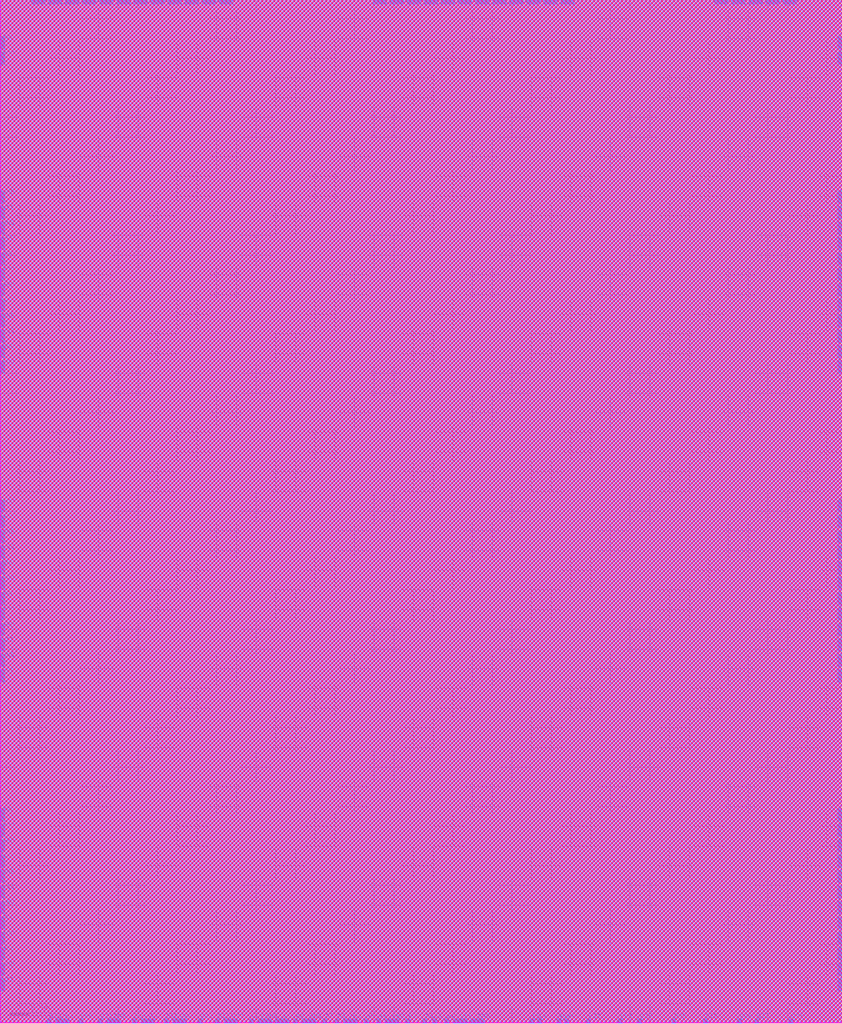
<source format=lef>
# 
#              Synchronous High Speed Single Port SRAM Compiler 
# 
#                    UMC 0.18um GenericII Logic Process
#    __________________________________________________________________________
# 
# 
#      (C) Copyright 2002-2009 Faraday Technology Corp. All Rights Reserved.
#    
#    This source code is an unpublished work belongs to Faraday Technology
#    Corp.  It is considered a trade secret and is not to be divulged or
#    used by parties who have not received written authorization from
#    Faraday Technology Corp.
#    
#    Faraday's home page can be found at:
#    http://www.faraday-tech.com/
#   
#       Module Name      : SUMA_400_M1
#       Words            : 400
#       Bits             : 8
#       Byte-Write       : 1
#       Aspect Ratio     : 1
#       Output Loading   : 0.05  (pf)
#       Data Slew        : 0.02  (ns)
#       CK Slew          : 0.02  (ns)
#       Power Ring Width : 2  (um)
# 
# -----------------------------------------------------------------------------
# 
#       Library          : FSA0M_A
#       Memaker          : 200901.2.1
#       Date             : 2024/03/30 23:41:54
# 
# -----------------------------------------------------------------------------


NAMESCASESENSITIVE ON ;
MACRO SUMA_400_M1
CLASS BLOCK ;
FOREIGN SUMA_400_M1 0.000 0.000 ;
ORIGIN 0.000 0.000 ;
SIZE 213.900 BY 259.840 ;
SYMMETRY x y r90 ;
SITE core ;
PIN GND
  DIRECTION INOUT ;
  USE GROUND ;
  SHAPE ABUTMENT ;
 PORT
  LAYER ME4 ;
  RECT 212.780 247.300 213.900 250.540 ;
  LAYER ME3 ;
  RECT 212.780 247.300 213.900 250.540 ;
  LAYER ME2 ;
  RECT 212.780 247.300 213.900 250.540 ;
  LAYER ME1 ;
  RECT 212.780 247.300 213.900 250.540 ;
 END
 PORT
  LAYER ME4 ;
  RECT 212.780 208.100 213.900 211.340 ;
  LAYER ME3 ;
  RECT 212.780 208.100 213.900 211.340 ;
  LAYER ME2 ;
  RECT 212.780 208.100 213.900 211.340 ;
  LAYER ME1 ;
  RECT 212.780 208.100 213.900 211.340 ;
 END
 PORT
  LAYER ME4 ;
  RECT 212.780 200.260 213.900 203.500 ;
  LAYER ME3 ;
  RECT 212.780 200.260 213.900 203.500 ;
  LAYER ME2 ;
  RECT 212.780 200.260 213.900 203.500 ;
  LAYER ME1 ;
  RECT 212.780 200.260 213.900 203.500 ;
 END
 PORT
  LAYER ME4 ;
  RECT 212.780 192.420 213.900 195.660 ;
  LAYER ME3 ;
  RECT 212.780 192.420 213.900 195.660 ;
  LAYER ME2 ;
  RECT 212.780 192.420 213.900 195.660 ;
  LAYER ME1 ;
  RECT 212.780 192.420 213.900 195.660 ;
 END
 PORT
  LAYER ME4 ;
  RECT 212.780 184.580 213.900 187.820 ;
  LAYER ME3 ;
  RECT 212.780 184.580 213.900 187.820 ;
  LAYER ME2 ;
  RECT 212.780 184.580 213.900 187.820 ;
  LAYER ME1 ;
  RECT 212.780 184.580 213.900 187.820 ;
 END
 PORT
  LAYER ME4 ;
  RECT 212.780 176.740 213.900 179.980 ;
  LAYER ME3 ;
  RECT 212.780 176.740 213.900 179.980 ;
  LAYER ME2 ;
  RECT 212.780 176.740 213.900 179.980 ;
  LAYER ME1 ;
  RECT 212.780 176.740 213.900 179.980 ;
 END
 PORT
  LAYER ME4 ;
  RECT 212.780 168.900 213.900 172.140 ;
  LAYER ME3 ;
  RECT 212.780 168.900 213.900 172.140 ;
  LAYER ME2 ;
  RECT 212.780 168.900 213.900 172.140 ;
  LAYER ME1 ;
  RECT 212.780 168.900 213.900 172.140 ;
 END
 PORT
  LAYER ME4 ;
  RECT 212.780 129.700 213.900 132.940 ;
  LAYER ME3 ;
  RECT 212.780 129.700 213.900 132.940 ;
  LAYER ME2 ;
  RECT 212.780 129.700 213.900 132.940 ;
  LAYER ME1 ;
  RECT 212.780 129.700 213.900 132.940 ;
 END
 PORT
  LAYER ME4 ;
  RECT 212.780 121.860 213.900 125.100 ;
  LAYER ME3 ;
  RECT 212.780 121.860 213.900 125.100 ;
  LAYER ME2 ;
  RECT 212.780 121.860 213.900 125.100 ;
  LAYER ME1 ;
  RECT 212.780 121.860 213.900 125.100 ;
 END
 PORT
  LAYER ME4 ;
  RECT 212.780 114.020 213.900 117.260 ;
  LAYER ME3 ;
  RECT 212.780 114.020 213.900 117.260 ;
  LAYER ME2 ;
  RECT 212.780 114.020 213.900 117.260 ;
  LAYER ME1 ;
  RECT 212.780 114.020 213.900 117.260 ;
 END
 PORT
  LAYER ME4 ;
  RECT 212.780 106.180 213.900 109.420 ;
  LAYER ME3 ;
  RECT 212.780 106.180 213.900 109.420 ;
  LAYER ME2 ;
  RECT 212.780 106.180 213.900 109.420 ;
  LAYER ME1 ;
  RECT 212.780 106.180 213.900 109.420 ;
 END
 PORT
  LAYER ME4 ;
  RECT 212.780 98.340 213.900 101.580 ;
  LAYER ME3 ;
  RECT 212.780 98.340 213.900 101.580 ;
  LAYER ME2 ;
  RECT 212.780 98.340 213.900 101.580 ;
  LAYER ME1 ;
  RECT 212.780 98.340 213.900 101.580 ;
 END
 PORT
  LAYER ME4 ;
  RECT 212.780 90.500 213.900 93.740 ;
  LAYER ME3 ;
  RECT 212.780 90.500 213.900 93.740 ;
  LAYER ME2 ;
  RECT 212.780 90.500 213.900 93.740 ;
  LAYER ME1 ;
  RECT 212.780 90.500 213.900 93.740 ;
 END
 PORT
  LAYER ME4 ;
  RECT 212.780 51.300 213.900 54.540 ;
  LAYER ME3 ;
  RECT 212.780 51.300 213.900 54.540 ;
  LAYER ME2 ;
  RECT 212.780 51.300 213.900 54.540 ;
  LAYER ME1 ;
  RECT 212.780 51.300 213.900 54.540 ;
 END
 PORT
  LAYER ME4 ;
  RECT 212.780 43.460 213.900 46.700 ;
  LAYER ME3 ;
  RECT 212.780 43.460 213.900 46.700 ;
  LAYER ME2 ;
  RECT 212.780 43.460 213.900 46.700 ;
  LAYER ME1 ;
  RECT 212.780 43.460 213.900 46.700 ;
 END
 PORT
  LAYER ME4 ;
  RECT 212.780 35.620 213.900 38.860 ;
  LAYER ME3 ;
  RECT 212.780 35.620 213.900 38.860 ;
  LAYER ME2 ;
  RECT 212.780 35.620 213.900 38.860 ;
  LAYER ME1 ;
  RECT 212.780 35.620 213.900 38.860 ;
 END
 PORT
  LAYER ME4 ;
  RECT 212.780 27.780 213.900 31.020 ;
  LAYER ME3 ;
  RECT 212.780 27.780 213.900 31.020 ;
  LAYER ME2 ;
  RECT 212.780 27.780 213.900 31.020 ;
  LAYER ME1 ;
  RECT 212.780 27.780 213.900 31.020 ;
 END
 PORT
  LAYER ME4 ;
  RECT 212.780 19.940 213.900 23.180 ;
  LAYER ME3 ;
  RECT 212.780 19.940 213.900 23.180 ;
  LAYER ME2 ;
  RECT 212.780 19.940 213.900 23.180 ;
  LAYER ME1 ;
  RECT 212.780 19.940 213.900 23.180 ;
 END
 PORT
  LAYER ME4 ;
  RECT 212.780 12.100 213.900 15.340 ;
  LAYER ME3 ;
  RECT 212.780 12.100 213.900 15.340 ;
  LAYER ME2 ;
  RECT 212.780 12.100 213.900 15.340 ;
  LAYER ME1 ;
  RECT 212.780 12.100 213.900 15.340 ;
 END
 PORT
  LAYER ME4 ;
  RECT 0.000 247.300 1.120 250.540 ;
  LAYER ME3 ;
  RECT 0.000 247.300 1.120 250.540 ;
  LAYER ME2 ;
  RECT 0.000 247.300 1.120 250.540 ;
  LAYER ME1 ;
  RECT 0.000 247.300 1.120 250.540 ;
 END
 PORT
  LAYER ME4 ;
  RECT 0.000 208.100 1.120 211.340 ;
  LAYER ME3 ;
  RECT 0.000 208.100 1.120 211.340 ;
  LAYER ME2 ;
  RECT 0.000 208.100 1.120 211.340 ;
  LAYER ME1 ;
  RECT 0.000 208.100 1.120 211.340 ;
 END
 PORT
  LAYER ME4 ;
  RECT 0.000 200.260 1.120 203.500 ;
  LAYER ME3 ;
  RECT 0.000 200.260 1.120 203.500 ;
  LAYER ME2 ;
  RECT 0.000 200.260 1.120 203.500 ;
  LAYER ME1 ;
  RECT 0.000 200.260 1.120 203.500 ;
 END
 PORT
  LAYER ME4 ;
  RECT 0.000 192.420 1.120 195.660 ;
  LAYER ME3 ;
  RECT 0.000 192.420 1.120 195.660 ;
  LAYER ME2 ;
  RECT 0.000 192.420 1.120 195.660 ;
  LAYER ME1 ;
  RECT 0.000 192.420 1.120 195.660 ;
 END
 PORT
  LAYER ME4 ;
  RECT 0.000 184.580 1.120 187.820 ;
  LAYER ME3 ;
  RECT 0.000 184.580 1.120 187.820 ;
  LAYER ME2 ;
  RECT 0.000 184.580 1.120 187.820 ;
  LAYER ME1 ;
  RECT 0.000 184.580 1.120 187.820 ;
 END
 PORT
  LAYER ME4 ;
  RECT 0.000 176.740 1.120 179.980 ;
  LAYER ME3 ;
  RECT 0.000 176.740 1.120 179.980 ;
  LAYER ME2 ;
  RECT 0.000 176.740 1.120 179.980 ;
  LAYER ME1 ;
  RECT 0.000 176.740 1.120 179.980 ;
 END
 PORT
  LAYER ME4 ;
  RECT 0.000 168.900 1.120 172.140 ;
  LAYER ME3 ;
  RECT 0.000 168.900 1.120 172.140 ;
  LAYER ME2 ;
  RECT 0.000 168.900 1.120 172.140 ;
  LAYER ME1 ;
  RECT 0.000 168.900 1.120 172.140 ;
 END
 PORT
  LAYER ME4 ;
  RECT 0.000 129.700 1.120 132.940 ;
  LAYER ME3 ;
  RECT 0.000 129.700 1.120 132.940 ;
  LAYER ME2 ;
  RECT 0.000 129.700 1.120 132.940 ;
  LAYER ME1 ;
  RECT 0.000 129.700 1.120 132.940 ;
 END
 PORT
  LAYER ME4 ;
  RECT 0.000 121.860 1.120 125.100 ;
  LAYER ME3 ;
  RECT 0.000 121.860 1.120 125.100 ;
  LAYER ME2 ;
  RECT 0.000 121.860 1.120 125.100 ;
  LAYER ME1 ;
  RECT 0.000 121.860 1.120 125.100 ;
 END
 PORT
  LAYER ME4 ;
  RECT 0.000 114.020 1.120 117.260 ;
  LAYER ME3 ;
  RECT 0.000 114.020 1.120 117.260 ;
  LAYER ME2 ;
  RECT 0.000 114.020 1.120 117.260 ;
  LAYER ME1 ;
  RECT 0.000 114.020 1.120 117.260 ;
 END
 PORT
  LAYER ME4 ;
  RECT 0.000 106.180 1.120 109.420 ;
  LAYER ME3 ;
  RECT 0.000 106.180 1.120 109.420 ;
  LAYER ME2 ;
  RECT 0.000 106.180 1.120 109.420 ;
  LAYER ME1 ;
  RECT 0.000 106.180 1.120 109.420 ;
 END
 PORT
  LAYER ME4 ;
  RECT 0.000 98.340 1.120 101.580 ;
  LAYER ME3 ;
  RECT 0.000 98.340 1.120 101.580 ;
  LAYER ME2 ;
  RECT 0.000 98.340 1.120 101.580 ;
  LAYER ME1 ;
  RECT 0.000 98.340 1.120 101.580 ;
 END
 PORT
  LAYER ME4 ;
  RECT 0.000 90.500 1.120 93.740 ;
  LAYER ME3 ;
  RECT 0.000 90.500 1.120 93.740 ;
  LAYER ME2 ;
  RECT 0.000 90.500 1.120 93.740 ;
  LAYER ME1 ;
  RECT 0.000 90.500 1.120 93.740 ;
 END
 PORT
  LAYER ME4 ;
  RECT 0.000 51.300 1.120 54.540 ;
  LAYER ME3 ;
  RECT 0.000 51.300 1.120 54.540 ;
  LAYER ME2 ;
  RECT 0.000 51.300 1.120 54.540 ;
  LAYER ME1 ;
  RECT 0.000 51.300 1.120 54.540 ;
 END
 PORT
  LAYER ME4 ;
  RECT 0.000 43.460 1.120 46.700 ;
  LAYER ME3 ;
  RECT 0.000 43.460 1.120 46.700 ;
  LAYER ME2 ;
  RECT 0.000 43.460 1.120 46.700 ;
  LAYER ME1 ;
  RECT 0.000 43.460 1.120 46.700 ;
 END
 PORT
  LAYER ME4 ;
  RECT 0.000 35.620 1.120 38.860 ;
  LAYER ME3 ;
  RECT 0.000 35.620 1.120 38.860 ;
  LAYER ME2 ;
  RECT 0.000 35.620 1.120 38.860 ;
  LAYER ME1 ;
  RECT 0.000 35.620 1.120 38.860 ;
 END
 PORT
  LAYER ME4 ;
  RECT 0.000 27.780 1.120 31.020 ;
  LAYER ME3 ;
  RECT 0.000 27.780 1.120 31.020 ;
  LAYER ME2 ;
  RECT 0.000 27.780 1.120 31.020 ;
  LAYER ME1 ;
  RECT 0.000 27.780 1.120 31.020 ;
 END
 PORT
  LAYER ME4 ;
  RECT 0.000 19.940 1.120 23.180 ;
  LAYER ME3 ;
  RECT 0.000 19.940 1.120 23.180 ;
  LAYER ME2 ;
  RECT 0.000 19.940 1.120 23.180 ;
  LAYER ME1 ;
  RECT 0.000 19.940 1.120 23.180 ;
 END
 PORT
  LAYER ME4 ;
  RECT 0.000 12.100 1.120 15.340 ;
  LAYER ME3 ;
  RECT 0.000 12.100 1.120 15.340 ;
  LAYER ME2 ;
  RECT 0.000 12.100 1.120 15.340 ;
  LAYER ME1 ;
  RECT 0.000 12.100 1.120 15.340 ;
 END
 PORT
  LAYER ME4 ;
  RECT 194.460 258.720 198.000 259.840 ;
  LAYER ME3 ;
  RECT 194.460 258.720 198.000 259.840 ;
  LAYER ME2 ;
  RECT 194.460 258.720 198.000 259.840 ;
  LAYER ME1 ;
  RECT 194.460 258.720 198.000 259.840 ;
 END
 PORT
  LAYER ME4 ;
  RECT 185.780 258.720 189.320 259.840 ;
  LAYER ME3 ;
  RECT 185.780 258.720 189.320 259.840 ;
  LAYER ME2 ;
  RECT 185.780 258.720 189.320 259.840 ;
  LAYER ME1 ;
  RECT 185.780 258.720 189.320 259.840 ;
 END
 PORT
  LAYER ME4 ;
  RECT 142.380 258.720 145.920 259.840 ;
  LAYER ME3 ;
  RECT 142.380 258.720 145.920 259.840 ;
  LAYER ME2 ;
  RECT 142.380 258.720 145.920 259.840 ;
  LAYER ME1 ;
  RECT 142.380 258.720 145.920 259.840 ;
 END
 PORT
  LAYER ME4 ;
  RECT 133.700 258.720 137.240 259.840 ;
  LAYER ME3 ;
  RECT 133.700 258.720 137.240 259.840 ;
  LAYER ME2 ;
  RECT 133.700 258.720 137.240 259.840 ;
  LAYER ME1 ;
  RECT 133.700 258.720 137.240 259.840 ;
 END
 PORT
  LAYER ME4 ;
  RECT 125.020 258.720 128.560 259.840 ;
  LAYER ME3 ;
  RECT 125.020 258.720 128.560 259.840 ;
  LAYER ME2 ;
  RECT 125.020 258.720 128.560 259.840 ;
  LAYER ME1 ;
  RECT 125.020 258.720 128.560 259.840 ;
 END
 PORT
  LAYER ME4 ;
  RECT 116.340 258.720 119.880 259.840 ;
  LAYER ME3 ;
  RECT 116.340 258.720 119.880 259.840 ;
  LAYER ME2 ;
  RECT 116.340 258.720 119.880 259.840 ;
  LAYER ME1 ;
  RECT 116.340 258.720 119.880 259.840 ;
 END
 PORT
  LAYER ME4 ;
  RECT 107.660 258.720 111.200 259.840 ;
  LAYER ME3 ;
  RECT 107.660 258.720 111.200 259.840 ;
  LAYER ME2 ;
  RECT 107.660 258.720 111.200 259.840 ;
  LAYER ME1 ;
  RECT 107.660 258.720 111.200 259.840 ;
 END
 PORT
  LAYER ME4 ;
  RECT 98.980 258.720 102.520 259.840 ;
  LAYER ME3 ;
  RECT 98.980 258.720 102.520 259.840 ;
  LAYER ME2 ;
  RECT 98.980 258.720 102.520 259.840 ;
  LAYER ME1 ;
  RECT 98.980 258.720 102.520 259.840 ;
 END
 PORT
  LAYER ME4 ;
  RECT 55.580 258.720 59.120 259.840 ;
  LAYER ME3 ;
  RECT 55.580 258.720 59.120 259.840 ;
  LAYER ME2 ;
  RECT 55.580 258.720 59.120 259.840 ;
  LAYER ME1 ;
  RECT 55.580 258.720 59.120 259.840 ;
 END
 PORT
  LAYER ME4 ;
  RECT 46.900 258.720 50.440 259.840 ;
  LAYER ME3 ;
  RECT 46.900 258.720 50.440 259.840 ;
  LAYER ME2 ;
  RECT 46.900 258.720 50.440 259.840 ;
  LAYER ME1 ;
  RECT 46.900 258.720 50.440 259.840 ;
 END
 PORT
  LAYER ME4 ;
  RECT 38.220 258.720 41.760 259.840 ;
  LAYER ME3 ;
  RECT 38.220 258.720 41.760 259.840 ;
  LAYER ME2 ;
  RECT 38.220 258.720 41.760 259.840 ;
  LAYER ME1 ;
  RECT 38.220 258.720 41.760 259.840 ;
 END
 PORT
  LAYER ME4 ;
  RECT 29.540 258.720 33.080 259.840 ;
  LAYER ME3 ;
  RECT 29.540 258.720 33.080 259.840 ;
  LAYER ME2 ;
  RECT 29.540 258.720 33.080 259.840 ;
  LAYER ME1 ;
  RECT 29.540 258.720 33.080 259.840 ;
 END
 PORT
  LAYER ME4 ;
  RECT 20.860 258.720 24.400 259.840 ;
  LAYER ME3 ;
  RECT 20.860 258.720 24.400 259.840 ;
  LAYER ME2 ;
  RECT 20.860 258.720 24.400 259.840 ;
  LAYER ME1 ;
  RECT 20.860 258.720 24.400 259.840 ;
 END
 PORT
  LAYER ME4 ;
  RECT 12.180 258.720 15.720 259.840 ;
  LAYER ME3 ;
  RECT 12.180 258.720 15.720 259.840 ;
  LAYER ME2 ;
  RECT 12.180 258.720 15.720 259.840 ;
  LAYER ME1 ;
  RECT 12.180 258.720 15.720 259.840 ;
 END
 PORT
  LAYER ME4 ;
  RECT 119.440 0.000 122.980 1.120 ;
  LAYER ME3 ;
  RECT 119.440 0.000 122.980 1.120 ;
  LAYER ME2 ;
  RECT 119.440 0.000 122.980 1.120 ;
  LAYER ME1 ;
  RECT 119.440 0.000 122.980 1.120 ;
 END
 PORT
  LAYER ME4 ;
  RECT 97.740 0.000 101.280 1.120 ;
  LAYER ME3 ;
  RECT 97.740 0.000 101.280 1.120 ;
  LAYER ME2 ;
  RECT 97.740 0.000 101.280 1.120 ;
  LAYER ME1 ;
  RECT 97.740 0.000 101.280 1.120 ;
 END
 PORT
  LAYER ME4 ;
  RECT 76.660 0.000 80.200 1.120 ;
  LAYER ME3 ;
  RECT 76.660 0.000 80.200 1.120 ;
  LAYER ME2 ;
  RECT 76.660 0.000 80.200 1.120 ;
  LAYER ME1 ;
  RECT 76.660 0.000 80.200 1.120 ;
 END
 PORT
  LAYER ME4 ;
  RECT 65.500 0.000 69.040 1.120 ;
  LAYER ME3 ;
  RECT 65.500 0.000 69.040 1.120 ;
  LAYER ME2 ;
  RECT 65.500 0.000 69.040 1.120 ;
  LAYER ME1 ;
  RECT 65.500 0.000 69.040 1.120 ;
 END
 PORT
  LAYER ME4 ;
  RECT 43.800 0.000 47.340 1.120 ;
  LAYER ME3 ;
  RECT 43.800 0.000 47.340 1.120 ;
  LAYER ME2 ;
  RECT 43.800 0.000 47.340 1.120 ;
  LAYER ME1 ;
  RECT 43.800 0.000 47.340 1.120 ;
 END
 PORT
  LAYER ME4 ;
  RECT 27.060 0.000 30.600 1.120 ;
  LAYER ME3 ;
  RECT 27.060 0.000 30.600 1.120 ;
  LAYER ME2 ;
  RECT 27.060 0.000 30.600 1.120 ;
  LAYER ME1 ;
  RECT 27.060 0.000 30.600 1.120 ;
 END
END GND
PIN VCC
  DIRECTION INOUT ;
  USE POWER ;
  SHAPE ABUTMENT ;
 PORT
  LAYER ME4 ;
  RECT 212.780 243.380 213.900 246.620 ;
  LAYER ME3 ;
  RECT 212.780 243.380 213.900 246.620 ;
  LAYER ME2 ;
  RECT 212.780 243.380 213.900 246.620 ;
  LAYER ME1 ;
  RECT 212.780 243.380 213.900 246.620 ;
 END
 PORT
  LAYER ME4 ;
  RECT 212.780 204.180 213.900 207.420 ;
  LAYER ME3 ;
  RECT 212.780 204.180 213.900 207.420 ;
  LAYER ME2 ;
  RECT 212.780 204.180 213.900 207.420 ;
  LAYER ME1 ;
  RECT 212.780 204.180 213.900 207.420 ;
 END
 PORT
  LAYER ME4 ;
  RECT 212.780 196.340 213.900 199.580 ;
  LAYER ME3 ;
  RECT 212.780 196.340 213.900 199.580 ;
  LAYER ME2 ;
  RECT 212.780 196.340 213.900 199.580 ;
  LAYER ME1 ;
  RECT 212.780 196.340 213.900 199.580 ;
 END
 PORT
  LAYER ME4 ;
  RECT 212.780 188.500 213.900 191.740 ;
  LAYER ME3 ;
  RECT 212.780 188.500 213.900 191.740 ;
  LAYER ME2 ;
  RECT 212.780 188.500 213.900 191.740 ;
  LAYER ME1 ;
  RECT 212.780 188.500 213.900 191.740 ;
 END
 PORT
  LAYER ME4 ;
  RECT 212.780 180.660 213.900 183.900 ;
  LAYER ME3 ;
  RECT 212.780 180.660 213.900 183.900 ;
  LAYER ME2 ;
  RECT 212.780 180.660 213.900 183.900 ;
  LAYER ME1 ;
  RECT 212.780 180.660 213.900 183.900 ;
 END
 PORT
  LAYER ME4 ;
  RECT 212.780 172.820 213.900 176.060 ;
  LAYER ME3 ;
  RECT 212.780 172.820 213.900 176.060 ;
  LAYER ME2 ;
  RECT 212.780 172.820 213.900 176.060 ;
  LAYER ME1 ;
  RECT 212.780 172.820 213.900 176.060 ;
 END
 PORT
  LAYER ME4 ;
  RECT 212.780 164.980 213.900 168.220 ;
  LAYER ME3 ;
  RECT 212.780 164.980 213.900 168.220 ;
  LAYER ME2 ;
  RECT 212.780 164.980 213.900 168.220 ;
  LAYER ME1 ;
  RECT 212.780 164.980 213.900 168.220 ;
 END
 PORT
  LAYER ME4 ;
  RECT 212.780 125.780 213.900 129.020 ;
  LAYER ME3 ;
  RECT 212.780 125.780 213.900 129.020 ;
  LAYER ME2 ;
  RECT 212.780 125.780 213.900 129.020 ;
  LAYER ME1 ;
  RECT 212.780 125.780 213.900 129.020 ;
 END
 PORT
  LAYER ME4 ;
  RECT 212.780 117.940 213.900 121.180 ;
  LAYER ME3 ;
  RECT 212.780 117.940 213.900 121.180 ;
  LAYER ME2 ;
  RECT 212.780 117.940 213.900 121.180 ;
  LAYER ME1 ;
  RECT 212.780 117.940 213.900 121.180 ;
 END
 PORT
  LAYER ME4 ;
  RECT 212.780 110.100 213.900 113.340 ;
  LAYER ME3 ;
  RECT 212.780 110.100 213.900 113.340 ;
  LAYER ME2 ;
  RECT 212.780 110.100 213.900 113.340 ;
  LAYER ME1 ;
  RECT 212.780 110.100 213.900 113.340 ;
 END
 PORT
  LAYER ME4 ;
  RECT 212.780 102.260 213.900 105.500 ;
  LAYER ME3 ;
  RECT 212.780 102.260 213.900 105.500 ;
  LAYER ME2 ;
  RECT 212.780 102.260 213.900 105.500 ;
  LAYER ME1 ;
  RECT 212.780 102.260 213.900 105.500 ;
 END
 PORT
  LAYER ME4 ;
  RECT 212.780 94.420 213.900 97.660 ;
  LAYER ME3 ;
  RECT 212.780 94.420 213.900 97.660 ;
  LAYER ME2 ;
  RECT 212.780 94.420 213.900 97.660 ;
  LAYER ME1 ;
  RECT 212.780 94.420 213.900 97.660 ;
 END
 PORT
  LAYER ME4 ;
  RECT 212.780 86.580 213.900 89.820 ;
  LAYER ME3 ;
  RECT 212.780 86.580 213.900 89.820 ;
  LAYER ME2 ;
  RECT 212.780 86.580 213.900 89.820 ;
  LAYER ME1 ;
  RECT 212.780 86.580 213.900 89.820 ;
 END
 PORT
  LAYER ME4 ;
  RECT 212.780 47.380 213.900 50.620 ;
  LAYER ME3 ;
  RECT 212.780 47.380 213.900 50.620 ;
  LAYER ME2 ;
  RECT 212.780 47.380 213.900 50.620 ;
  LAYER ME1 ;
  RECT 212.780 47.380 213.900 50.620 ;
 END
 PORT
  LAYER ME4 ;
  RECT 212.780 39.540 213.900 42.780 ;
  LAYER ME3 ;
  RECT 212.780 39.540 213.900 42.780 ;
  LAYER ME2 ;
  RECT 212.780 39.540 213.900 42.780 ;
  LAYER ME1 ;
  RECT 212.780 39.540 213.900 42.780 ;
 END
 PORT
  LAYER ME4 ;
  RECT 212.780 31.700 213.900 34.940 ;
  LAYER ME3 ;
  RECT 212.780 31.700 213.900 34.940 ;
  LAYER ME2 ;
  RECT 212.780 31.700 213.900 34.940 ;
  LAYER ME1 ;
  RECT 212.780 31.700 213.900 34.940 ;
 END
 PORT
  LAYER ME4 ;
  RECT 212.780 23.860 213.900 27.100 ;
  LAYER ME3 ;
  RECT 212.780 23.860 213.900 27.100 ;
  LAYER ME2 ;
  RECT 212.780 23.860 213.900 27.100 ;
  LAYER ME1 ;
  RECT 212.780 23.860 213.900 27.100 ;
 END
 PORT
  LAYER ME4 ;
  RECT 212.780 16.020 213.900 19.260 ;
  LAYER ME3 ;
  RECT 212.780 16.020 213.900 19.260 ;
  LAYER ME2 ;
  RECT 212.780 16.020 213.900 19.260 ;
  LAYER ME1 ;
  RECT 212.780 16.020 213.900 19.260 ;
 END
 PORT
  LAYER ME4 ;
  RECT 212.780 8.180 213.900 11.420 ;
  LAYER ME3 ;
  RECT 212.780 8.180 213.900 11.420 ;
  LAYER ME2 ;
  RECT 212.780 8.180 213.900 11.420 ;
  LAYER ME1 ;
  RECT 212.780 8.180 213.900 11.420 ;
 END
 PORT
  LAYER ME4 ;
  RECT 0.000 243.380 1.120 246.620 ;
  LAYER ME3 ;
  RECT 0.000 243.380 1.120 246.620 ;
  LAYER ME2 ;
  RECT 0.000 243.380 1.120 246.620 ;
  LAYER ME1 ;
  RECT 0.000 243.380 1.120 246.620 ;
 END
 PORT
  LAYER ME4 ;
  RECT 0.000 204.180 1.120 207.420 ;
  LAYER ME3 ;
  RECT 0.000 204.180 1.120 207.420 ;
  LAYER ME2 ;
  RECT 0.000 204.180 1.120 207.420 ;
  LAYER ME1 ;
  RECT 0.000 204.180 1.120 207.420 ;
 END
 PORT
  LAYER ME4 ;
  RECT 0.000 196.340 1.120 199.580 ;
  LAYER ME3 ;
  RECT 0.000 196.340 1.120 199.580 ;
  LAYER ME2 ;
  RECT 0.000 196.340 1.120 199.580 ;
  LAYER ME1 ;
  RECT 0.000 196.340 1.120 199.580 ;
 END
 PORT
  LAYER ME4 ;
  RECT 0.000 188.500 1.120 191.740 ;
  LAYER ME3 ;
  RECT 0.000 188.500 1.120 191.740 ;
  LAYER ME2 ;
  RECT 0.000 188.500 1.120 191.740 ;
  LAYER ME1 ;
  RECT 0.000 188.500 1.120 191.740 ;
 END
 PORT
  LAYER ME4 ;
  RECT 0.000 180.660 1.120 183.900 ;
  LAYER ME3 ;
  RECT 0.000 180.660 1.120 183.900 ;
  LAYER ME2 ;
  RECT 0.000 180.660 1.120 183.900 ;
  LAYER ME1 ;
  RECT 0.000 180.660 1.120 183.900 ;
 END
 PORT
  LAYER ME4 ;
  RECT 0.000 172.820 1.120 176.060 ;
  LAYER ME3 ;
  RECT 0.000 172.820 1.120 176.060 ;
  LAYER ME2 ;
  RECT 0.000 172.820 1.120 176.060 ;
  LAYER ME1 ;
  RECT 0.000 172.820 1.120 176.060 ;
 END
 PORT
  LAYER ME4 ;
  RECT 0.000 164.980 1.120 168.220 ;
  LAYER ME3 ;
  RECT 0.000 164.980 1.120 168.220 ;
  LAYER ME2 ;
  RECT 0.000 164.980 1.120 168.220 ;
  LAYER ME1 ;
  RECT 0.000 164.980 1.120 168.220 ;
 END
 PORT
  LAYER ME4 ;
  RECT 0.000 125.780 1.120 129.020 ;
  LAYER ME3 ;
  RECT 0.000 125.780 1.120 129.020 ;
  LAYER ME2 ;
  RECT 0.000 125.780 1.120 129.020 ;
  LAYER ME1 ;
  RECT 0.000 125.780 1.120 129.020 ;
 END
 PORT
  LAYER ME4 ;
  RECT 0.000 117.940 1.120 121.180 ;
  LAYER ME3 ;
  RECT 0.000 117.940 1.120 121.180 ;
  LAYER ME2 ;
  RECT 0.000 117.940 1.120 121.180 ;
  LAYER ME1 ;
  RECT 0.000 117.940 1.120 121.180 ;
 END
 PORT
  LAYER ME4 ;
  RECT 0.000 110.100 1.120 113.340 ;
  LAYER ME3 ;
  RECT 0.000 110.100 1.120 113.340 ;
  LAYER ME2 ;
  RECT 0.000 110.100 1.120 113.340 ;
  LAYER ME1 ;
  RECT 0.000 110.100 1.120 113.340 ;
 END
 PORT
  LAYER ME4 ;
  RECT 0.000 102.260 1.120 105.500 ;
  LAYER ME3 ;
  RECT 0.000 102.260 1.120 105.500 ;
  LAYER ME2 ;
  RECT 0.000 102.260 1.120 105.500 ;
  LAYER ME1 ;
  RECT 0.000 102.260 1.120 105.500 ;
 END
 PORT
  LAYER ME4 ;
  RECT 0.000 94.420 1.120 97.660 ;
  LAYER ME3 ;
  RECT 0.000 94.420 1.120 97.660 ;
  LAYER ME2 ;
  RECT 0.000 94.420 1.120 97.660 ;
  LAYER ME1 ;
  RECT 0.000 94.420 1.120 97.660 ;
 END
 PORT
  LAYER ME4 ;
  RECT 0.000 86.580 1.120 89.820 ;
  LAYER ME3 ;
  RECT 0.000 86.580 1.120 89.820 ;
  LAYER ME2 ;
  RECT 0.000 86.580 1.120 89.820 ;
  LAYER ME1 ;
  RECT 0.000 86.580 1.120 89.820 ;
 END
 PORT
  LAYER ME4 ;
  RECT 0.000 47.380 1.120 50.620 ;
  LAYER ME3 ;
  RECT 0.000 47.380 1.120 50.620 ;
  LAYER ME2 ;
  RECT 0.000 47.380 1.120 50.620 ;
  LAYER ME1 ;
  RECT 0.000 47.380 1.120 50.620 ;
 END
 PORT
  LAYER ME4 ;
  RECT 0.000 39.540 1.120 42.780 ;
  LAYER ME3 ;
  RECT 0.000 39.540 1.120 42.780 ;
  LAYER ME2 ;
  RECT 0.000 39.540 1.120 42.780 ;
  LAYER ME1 ;
  RECT 0.000 39.540 1.120 42.780 ;
 END
 PORT
  LAYER ME4 ;
  RECT 0.000 31.700 1.120 34.940 ;
  LAYER ME3 ;
  RECT 0.000 31.700 1.120 34.940 ;
  LAYER ME2 ;
  RECT 0.000 31.700 1.120 34.940 ;
  LAYER ME1 ;
  RECT 0.000 31.700 1.120 34.940 ;
 END
 PORT
  LAYER ME4 ;
  RECT 0.000 23.860 1.120 27.100 ;
  LAYER ME3 ;
  RECT 0.000 23.860 1.120 27.100 ;
  LAYER ME2 ;
  RECT 0.000 23.860 1.120 27.100 ;
  LAYER ME1 ;
  RECT 0.000 23.860 1.120 27.100 ;
 END
 PORT
  LAYER ME4 ;
  RECT 0.000 16.020 1.120 19.260 ;
  LAYER ME3 ;
  RECT 0.000 16.020 1.120 19.260 ;
  LAYER ME2 ;
  RECT 0.000 16.020 1.120 19.260 ;
  LAYER ME1 ;
  RECT 0.000 16.020 1.120 19.260 ;
 END
 PORT
  LAYER ME4 ;
  RECT 0.000 8.180 1.120 11.420 ;
  LAYER ME3 ;
  RECT 0.000 8.180 1.120 11.420 ;
  LAYER ME2 ;
  RECT 0.000 8.180 1.120 11.420 ;
  LAYER ME1 ;
  RECT 0.000 8.180 1.120 11.420 ;
 END
 PORT
  LAYER ME4 ;
  RECT 198.800 258.720 202.340 259.840 ;
  LAYER ME3 ;
  RECT 198.800 258.720 202.340 259.840 ;
  LAYER ME2 ;
  RECT 198.800 258.720 202.340 259.840 ;
  LAYER ME1 ;
  RECT 198.800 258.720 202.340 259.840 ;
 END
 PORT
  LAYER ME4 ;
  RECT 190.120 258.720 193.660 259.840 ;
  LAYER ME3 ;
  RECT 190.120 258.720 193.660 259.840 ;
  LAYER ME2 ;
  RECT 190.120 258.720 193.660 259.840 ;
  LAYER ME1 ;
  RECT 190.120 258.720 193.660 259.840 ;
 END
 PORT
  LAYER ME4 ;
  RECT 181.440 258.720 184.980 259.840 ;
  LAYER ME3 ;
  RECT 181.440 258.720 184.980 259.840 ;
  LAYER ME2 ;
  RECT 181.440 258.720 184.980 259.840 ;
  LAYER ME1 ;
  RECT 181.440 258.720 184.980 259.840 ;
 END
 PORT
  LAYER ME4 ;
  RECT 138.040 258.720 141.580 259.840 ;
  LAYER ME3 ;
  RECT 138.040 258.720 141.580 259.840 ;
  LAYER ME2 ;
  RECT 138.040 258.720 141.580 259.840 ;
  LAYER ME1 ;
  RECT 138.040 258.720 141.580 259.840 ;
 END
 PORT
  LAYER ME4 ;
  RECT 129.360 258.720 132.900 259.840 ;
  LAYER ME3 ;
  RECT 129.360 258.720 132.900 259.840 ;
  LAYER ME2 ;
  RECT 129.360 258.720 132.900 259.840 ;
  LAYER ME1 ;
  RECT 129.360 258.720 132.900 259.840 ;
 END
 PORT
  LAYER ME4 ;
  RECT 120.680 258.720 124.220 259.840 ;
  LAYER ME3 ;
  RECT 120.680 258.720 124.220 259.840 ;
  LAYER ME2 ;
  RECT 120.680 258.720 124.220 259.840 ;
  LAYER ME1 ;
  RECT 120.680 258.720 124.220 259.840 ;
 END
 PORT
  LAYER ME4 ;
  RECT 112.000 258.720 115.540 259.840 ;
  LAYER ME3 ;
  RECT 112.000 258.720 115.540 259.840 ;
  LAYER ME2 ;
  RECT 112.000 258.720 115.540 259.840 ;
  LAYER ME1 ;
  RECT 112.000 258.720 115.540 259.840 ;
 END
 PORT
  LAYER ME4 ;
  RECT 103.320 258.720 106.860 259.840 ;
  LAYER ME3 ;
  RECT 103.320 258.720 106.860 259.840 ;
  LAYER ME2 ;
  RECT 103.320 258.720 106.860 259.840 ;
  LAYER ME1 ;
  RECT 103.320 258.720 106.860 259.840 ;
 END
 PORT
  LAYER ME4 ;
  RECT 94.640 258.720 98.180 259.840 ;
  LAYER ME3 ;
  RECT 94.640 258.720 98.180 259.840 ;
  LAYER ME2 ;
  RECT 94.640 258.720 98.180 259.840 ;
  LAYER ME1 ;
  RECT 94.640 258.720 98.180 259.840 ;
 END
 PORT
  LAYER ME4 ;
  RECT 51.240 258.720 54.780 259.840 ;
  LAYER ME3 ;
  RECT 51.240 258.720 54.780 259.840 ;
  LAYER ME2 ;
  RECT 51.240 258.720 54.780 259.840 ;
  LAYER ME1 ;
  RECT 51.240 258.720 54.780 259.840 ;
 END
 PORT
  LAYER ME4 ;
  RECT 42.560 258.720 46.100 259.840 ;
  LAYER ME3 ;
  RECT 42.560 258.720 46.100 259.840 ;
  LAYER ME2 ;
  RECT 42.560 258.720 46.100 259.840 ;
  LAYER ME1 ;
  RECT 42.560 258.720 46.100 259.840 ;
 END
 PORT
  LAYER ME4 ;
  RECT 33.880 258.720 37.420 259.840 ;
  LAYER ME3 ;
  RECT 33.880 258.720 37.420 259.840 ;
  LAYER ME2 ;
  RECT 33.880 258.720 37.420 259.840 ;
  LAYER ME1 ;
  RECT 33.880 258.720 37.420 259.840 ;
 END
 PORT
  LAYER ME4 ;
  RECT 25.200 258.720 28.740 259.840 ;
  LAYER ME3 ;
  RECT 25.200 258.720 28.740 259.840 ;
  LAYER ME2 ;
  RECT 25.200 258.720 28.740 259.840 ;
  LAYER ME1 ;
  RECT 25.200 258.720 28.740 259.840 ;
 END
 PORT
  LAYER ME4 ;
  RECT 16.520 258.720 20.060 259.840 ;
  LAYER ME3 ;
  RECT 16.520 258.720 20.060 259.840 ;
  LAYER ME2 ;
  RECT 16.520 258.720 20.060 259.840 ;
  LAYER ME1 ;
  RECT 16.520 258.720 20.060 259.840 ;
 END
 PORT
  LAYER ME4 ;
  RECT 7.840 258.720 11.380 259.840 ;
  LAYER ME3 ;
  RECT 7.840 258.720 11.380 259.840 ;
  LAYER ME2 ;
  RECT 7.840 258.720 11.380 259.840 ;
  LAYER ME1 ;
  RECT 7.840 258.720 11.380 259.840 ;
 END
 PORT
  LAYER ME4 ;
  RECT 115.100 0.000 118.640 1.120 ;
  LAYER ME3 ;
  RECT 115.100 0.000 118.640 1.120 ;
  LAYER ME2 ;
  RECT 115.100 0.000 118.640 1.120 ;
  LAYER ME1 ;
  RECT 115.100 0.000 118.640 1.120 ;
 END
 PORT
  LAYER ME4 ;
  RECT 87.200 0.000 90.740 1.120 ;
  LAYER ME3 ;
  RECT 87.200 0.000 90.740 1.120 ;
  LAYER ME2 ;
  RECT 87.200 0.000 90.740 1.120 ;
  LAYER ME1 ;
  RECT 87.200 0.000 90.740 1.120 ;
 END
 PORT
  LAYER ME4 ;
  RECT 69.840 0.000 73.380 1.120 ;
  LAYER ME3 ;
  RECT 69.840 0.000 73.380 1.120 ;
  LAYER ME2 ;
  RECT 69.840 0.000 73.380 1.120 ;
  LAYER ME1 ;
  RECT 69.840 0.000 73.380 1.120 ;
 END
 PORT
  LAYER ME4 ;
  RECT 56.820 0.000 60.360 1.120 ;
  LAYER ME3 ;
  RECT 56.820 0.000 60.360 1.120 ;
  LAYER ME2 ;
  RECT 56.820 0.000 60.360 1.120 ;
  LAYER ME1 ;
  RECT 56.820 0.000 60.360 1.120 ;
 END
 PORT
  LAYER ME4 ;
  RECT 35.740 0.000 39.280 1.120 ;
  LAYER ME3 ;
  RECT 35.740 0.000 39.280 1.120 ;
  LAYER ME2 ;
  RECT 35.740 0.000 39.280 1.120 ;
  LAYER ME1 ;
  RECT 35.740 0.000 39.280 1.120 ;
 END
 PORT
  LAYER ME4 ;
  RECT 14.040 0.000 17.580 1.120 ;
  LAYER ME3 ;
  RECT 14.040 0.000 17.580 1.120 ;
  LAYER ME2 ;
  RECT 14.040 0.000 17.580 1.120 ;
  LAYER ME1 ;
  RECT 14.040 0.000 17.580 1.120 ;
 END
END VCC
PIN DO7
  DIRECTION OUTPUT ;
  CAPACITANCE 0.031 ;
 PORT
  LAYER ME4 ;
  RECT 200.320 0.000 201.440 1.120 ;
  LAYER ME3 ;
  RECT 200.320 0.000 201.440 1.120 ;
  LAYER ME2 ;
  RECT 200.320 0.000 201.440 1.120 ;
  LAYER ME1 ;
  RECT 200.320 0.000 201.440 1.120 ;
 END
END DO7
PIN DI7
  DIRECTION INPUT ;
  CAPACITANCE 0.012 ;
 PORT
  LAYER ME4 ;
  RECT 191.640 0.000 192.760 1.120 ;
  LAYER ME3 ;
  RECT 191.640 0.000 192.760 1.120 ;
  LAYER ME2 ;
  RECT 191.640 0.000 192.760 1.120 ;
  LAYER ME1 ;
  RECT 191.640 0.000 192.760 1.120 ;
 END
END DI7
PIN DO6
  DIRECTION OUTPUT ;
  CAPACITANCE 0.031 ;
 PORT
  LAYER ME4 ;
  RECT 187.300 0.000 188.420 1.120 ;
  LAYER ME3 ;
  RECT 187.300 0.000 188.420 1.120 ;
  LAYER ME2 ;
  RECT 187.300 0.000 188.420 1.120 ;
  LAYER ME1 ;
  RECT 187.300 0.000 188.420 1.120 ;
 END
END DO6
PIN DI6
  DIRECTION INPUT ;
  CAPACITANCE 0.012 ;
 PORT
  LAYER ME4 ;
  RECT 178.620 0.000 179.740 1.120 ;
  LAYER ME3 ;
  RECT 178.620 0.000 179.740 1.120 ;
  LAYER ME2 ;
  RECT 178.620 0.000 179.740 1.120 ;
  LAYER ME1 ;
  RECT 178.620 0.000 179.740 1.120 ;
 END
END DI6
PIN DO5
  DIRECTION OUTPUT ;
  CAPACITANCE 0.031 ;
 PORT
  LAYER ME4 ;
  RECT 170.560 0.000 171.680 1.120 ;
  LAYER ME3 ;
  RECT 170.560 0.000 171.680 1.120 ;
  LAYER ME2 ;
  RECT 170.560 0.000 171.680 1.120 ;
  LAYER ME1 ;
  RECT 170.560 0.000 171.680 1.120 ;
 END
END DO5
PIN DI5
  DIRECTION INPUT ;
  CAPACITANCE 0.012 ;
 PORT
  LAYER ME4 ;
  RECT 161.880 0.000 163.000 1.120 ;
  LAYER ME3 ;
  RECT 161.880 0.000 163.000 1.120 ;
  LAYER ME2 ;
  RECT 161.880 0.000 163.000 1.120 ;
  LAYER ME1 ;
  RECT 161.880 0.000 163.000 1.120 ;
 END
END DI5
PIN DO4
  DIRECTION OUTPUT ;
  CAPACITANCE 0.031 ;
 PORT
  LAYER ME4 ;
  RECT 156.920 0.000 158.040 1.120 ;
  LAYER ME3 ;
  RECT 156.920 0.000 158.040 1.120 ;
  LAYER ME2 ;
  RECT 156.920 0.000 158.040 1.120 ;
  LAYER ME1 ;
  RECT 156.920 0.000 158.040 1.120 ;
 END
END DO4
PIN DI4
  DIRECTION INPUT ;
  CAPACITANCE 0.012 ;
 PORT
  LAYER ME4 ;
  RECT 148.860 0.000 149.980 1.120 ;
  LAYER ME3 ;
  RECT 148.860 0.000 149.980 1.120 ;
  LAYER ME2 ;
  RECT 148.860 0.000 149.980 1.120 ;
  LAYER ME1 ;
  RECT 148.860 0.000 149.980 1.120 ;
 END
END DI4
PIN A1
  DIRECTION INPUT ;
  CAPACITANCE 0.027 ;
 PORT
  LAYER ME4 ;
  RECT 143.280 0.000 144.400 1.120 ;
  LAYER ME3 ;
  RECT 143.280 0.000 144.400 1.120 ;
  LAYER ME2 ;
  RECT 143.280 0.000 144.400 1.120 ;
  LAYER ME1 ;
  RECT 143.280 0.000 144.400 1.120 ;
 END
END A1
PIN WEB
  DIRECTION INPUT ;
  CAPACITANCE 0.011 ;
 PORT
  LAYER ME4 ;
  RECT 141.420 0.000 142.540 1.120 ;
  LAYER ME3 ;
  RECT 141.420 0.000 142.540 1.120 ;
  LAYER ME2 ;
  RECT 141.420 0.000 142.540 1.120 ;
  LAYER ME1 ;
  RECT 141.420 0.000 142.540 1.120 ;
 END
END WEB
PIN OE
  DIRECTION INPUT ;
  CAPACITANCE 0.033 ;
 PORT
  LAYER ME4 ;
  RECT 136.460 0.000 137.580 1.120 ;
  LAYER ME3 ;
  RECT 136.460 0.000 137.580 1.120 ;
  LAYER ME2 ;
  RECT 136.460 0.000 137.580 1.120 ;
  LAYER ME1 ;
  RECT 136.460 0.000 137.580 1.120 ;
 END
END OE
PIN CS
  DIRECTION INPUT ;
  CAPACITANCE 0.123 ;
 PORT
  LAYER ME4 ;
  RECT 134.600 0.000 135.720 1.120 ;
  LAYER ME3 ;
  RECT 134.600 0.000 135.720 1.120 ;
  LAYER ME2 ;
  RECT 134.600 0.000 135.720 1.120 ;
  LAYER ME1 ;
  RECT 134.600 0.000 135.720 1.120 ;
 END
END CS
PIN A2
  DIRECTION INPUT ;
  CAPACITANCE 0.027 ;
 PORT
  LAYER ME4 ;
  RECT 112.900 0.000 114.020 1.120 ;
  LAYER ME3 ;
  RECT 112.900 0.000 114.020 1.120 ;
  LAYER ME2 ;
  RECT 112.900 0.000 114.020 1.120 ;
  LAYER ME1 ;
  RECT 112.900 0.000 114.020 1.120 ;
 END
END A2
PIN CK
  DIRECTION INPUT ;
  CAPACITANCE 0.063 ;
 PORT
  LAYER ME4 ;
  RECT 109.800 0.000 110.920 1.120 ;
  LAYER ME3 ;
  RECT 109.800 0.000 110.920 1.120 ;
  LAYER ME2 ;
  RECT 109.800 0.000 110.920 1.120 ;
  LAYER ME1 ;
  RECT 109.800 0.000 110.920 1.120 ;
 END
END CK
PIN A0
  DIRECTION INPUT ;
  CAPACITANCE 0.027 ;
 PORT
  LAYER ME4 ;
  RECT 107.320 0.000 108.440 1.120 ;
  LAYER ME3 ;
  RECT 107.320 0.000 108.440 1.120 ;
  LAYER ME2 ;
  RECT 107.320 0.000 108.440 1.120 ;
  LAYER ME1 ;
  RECT 107.320 0.000 108.440 1.120 ;
 END
END A0
PIN A3
  DIRECTION INPUT ;
  CAPACITANCE 0.027 ;
 PORT
  LAYER ME4 ;
  RECT 102.980 0.000 104.100 1.120 ;
  LAYER ME3 ;
  RECT 102.980 0.000 104.100 1.120 ;
  LAYER ME2 ;
  RECT 102.980 0.000 104.100 1.120 ;
  LAYER ME1 ;
  RECT 102.980 0.000 104.100 1.120 ;
 END
END A3
PIN A4
  DIRECTION INPUT ;
  CAPACITANCE 0.027 ;
 PORT
  LAYER ME4 ;
  RECT 95.540 0.000 96.660 1.120 ;
  LAYER ME3 ;
  RECT 95.540 0.000 96.660 1.120 ;
  LAYER ME2 ;
  RECT 95.540 0.000 96.660 1.120 ;
  LAYER ME1 ;
  RECT 95.540 0.000 96.660 1.120 ;
 END
END A4
PIN A5
  DIRECTION INPUT ;
  CAPACITANCE 0.027 ;
 PORT
  LAYER ME4 ;
  RECT 92.440 0.000 93.560 1.120 ;
  LAYER ME3 ;
  RECT 92.440 0.000 93.560 1.120 ;
  LAYER ME2 ;
  RECT 92.440 0.000 93.560 1.120 ;
  LAYER ME1 ;
  RECT 92.440 0.000 93.560 1.120 ;
 END
END A5
PIN A6
  DIRECTION INPUT ;
  CAPACITANCE 0.027 ;
 PORT
  LAYER ME4 ;
  RECT 85.000 0.000 86.120 1.120 ;
  LAYER ME3 ;
  RECT 85.000 0.000 86.120 1.120 ;
  LAYER ME2 ;
  RECT 85.000 0.000 86.120 1.120 ;
  LAYER ME1 ;
  RECT 85.000 0.000 86.120 1.120 ;
 END
END A6
PIN A7
  DIRECTION INPUT ;
  CAPACITANCE 0.027 ;
 PORT
  LAYER ME4 ;
  RECT 81.900 0.000 83.020 1.120 ;
  LAYER ME3 ;
  RECT 81.900 0.000 83.020 1.120 ;
  LAYER ME2 ;
  RECT 81.900 0.000 83.020 1.120 ;
  LAYER ME1 ;
  RECT 81.900 0.000 83.020 1.120 ;
 END
END A7
PIN A8
  DIRECTION INPUT ;
  CAPACITANCE 0.027 ;
 PORT
  LAYER ME4 ;
  RECT 74.460 0.000 75.580 1.120 ;
  LAYER ME3 ;
  RECT 74.460 0.000 75.580 1.120 ;
  LAYER ME2 ;
  RECT 74.460 0.000 75.580 1.120 ;
  LAYER ME1 ;
  RECT 74.460 0.000 75.580 1.120 ;
 END
END A8
PIN DO3
  DIRECTION OUTPUT ;
  CAPACITANCE 0.031 ;
 PORT
  LAYER ME4 ;
  RECT 63.300 0.000 64.420 1.120 ;
  LAYER ME3 ;
  RECT 63.300 0.000 64.420 1.120 ;
  LAYER ME2 ;
  RECT 63.300 0.000 64.420 1.120 ;
  LAYER ME1 ;
  RECT 63.300 0.000 64.420 1.120 ;
 END
END DO3
PIN DI3
  DIRECTION INPUT ;
  CAPACITANCE 0.012 ;
 PORT
  LAYER ME4 ;
  RECT 54.620 0.000 55.740 1.120 ;
  LAYER ME3 ;
  RECT 54.620 0.000 55.740 1.120 ;
  LAYER ME2 ;
  RECT 54.620 0.000 55.740 1.120 ;
  LAYER ME1 ;
  RECT 54.620 0.000 55.740 1.120 ;
 END
END DI3
PIN DO2
  DIRECTION OUTPUT ;
  CAPACITANCE 0.031 ;
 PORT
  LAYER ME4 ;
  RECT 50.280 0.000 51.400 1.120 ;
  LAYER ME3 ;
  RECT 50.280 0.000 51.400 1.120 ;
  LAYER ME2 ;
  RECT 50.280 0.000 51.400 1.120 ;
  LAYER ME1 ;
  RECT 50.280 0.000 51.400 1.120 ;
 END
END DO2
PIN DI2
  DIRECTION INPUT ;
  CAPACITANCE 0.012 ;
 PORT
  LAYER ME4 ;
  RECT 41.600 0.000 42.720 1.120 ;
  LAYER ME3 ;
  RECT 41.600 0.000 42.720 1.120 ;
  LAYER ME2 ;
  RECT 41.600 0.000 42.720 1.120 ;
  LAYER ME1 ;
  RECT 41.600 0.000 42.720 1.120 ;
 END
END DI2
PIN DO1
  DIRECTION OUTPUT ;
  CAPACITANCE 0.031 ;
 PORT
  LAYER ME4 ;
  RECT 33.540 0.000 34.660 1.120 ;
  LAYER ME3 ;
  RECT 33.540 0.000 34.660 1.120 ;
  LAYER ME2 ;
  RECT 33.540 0.000 34.660 1.120 ;
  LAYER ME1 ;
  RECT 33.540 0.000 34.660 1.120 ;
 END
END DO1
PIN DI1
  DIRECTION INPUT ;
  CAPACITANCE 0.012 ;
 PORT
  LAYER ME4 ;
  RECT 24.860 0.000 25.980 1.120 ;
  LAYER ME3 ;
  RECT 24.860 0.000 25.980 1.120 ;
  LAYER ME2 ;
  RECT 24.860 0.000 25.980 1.120 ;
  LAYER ME1 ;
  RECT 24.860 0.000 25.980 1.120 ;
 END
END DI1
PIN DO0
  DIRECTION OUTPUT ;
  CAPACITANCE 0.031 ;
 PORT
  LAYER ME4 ;
  RECT 19.900 0.000 21.020 1.120 ;
  LAYER ME3 ;
  RECT 19.900 0.000 21.020 1.120 ;
  LAYER ME2 ;
  RECT 19.900 0.000 21.020 1.120 ;
  LAYER ME1 ;
  RECT 19.900 0.000 21.020 1.120 ;
 END
END DO0
PIN DI0
  DIRECTION INPUT ;
  CAPACITANCE 0.012 ;
 PORT
  LAYER ME4 ;
  RECT 11.840 0.000 12.960 1.120 ;
  LAYER ME3 ;
  RECT 11.840 0.000 12.960 1.120 ;
  LAYER ME2 ;
  RECT 11.840 0.000 12.960 1.120 ;
  LAYER ME1 ;
  RECT 11.840 0.000 12.960 1.120 ;
 END
END DI0
OBS
  LAYER ME1 SPACING 0.280 ;
  RECT 0.000 0.140 213.900 259.840 ;
  LAYER ME2 SPACING 0.320 ;
  RECT 0.000 0.140 213.900 259.840 ;
  LAYER ME3 SPACING 0.320 ;
  RECT 0.000 0.140 213.900 259.840 ;
  LAYER ME4 SPACING 0.600 ;
  RECT 0.000 0.140 213.900 259.840 ;
  LAYER VI1 ;
  RECT 0.000 0.140 213.900 259.840 ;
  LAYER VI2 ;
  RECT 0.000 0.140 213.900 259.840 ;
  LAYER VI3 ;
  RECT 0.000 0.140 213.900 259.840 ;
END
END SUMA_400_M1
END LIBRARY




</source>
